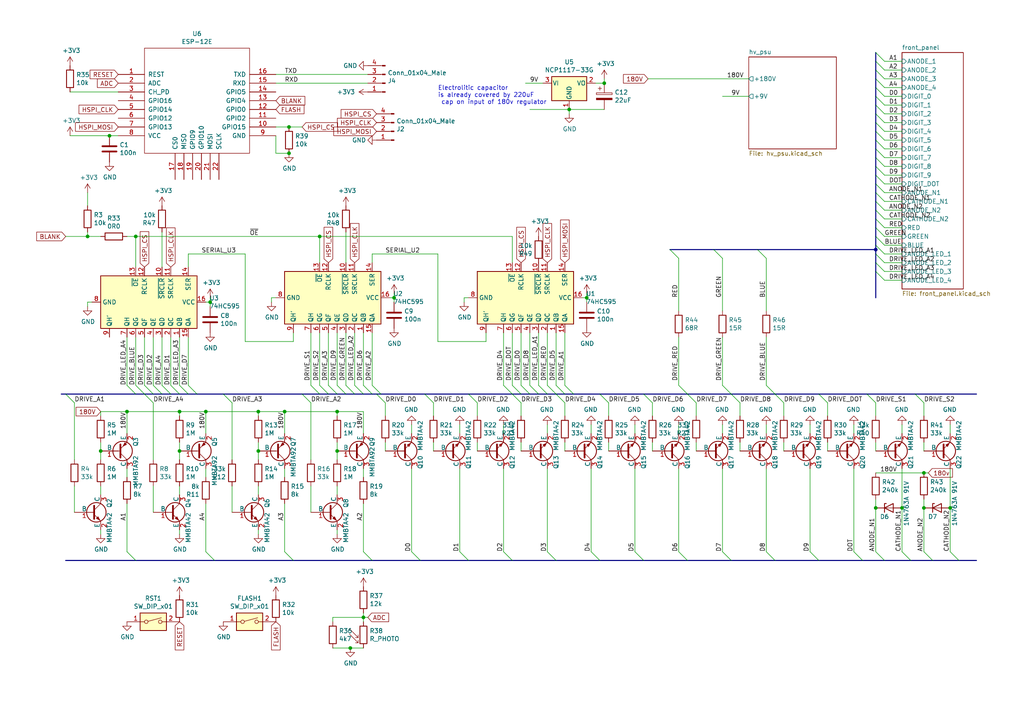
<source format=kicad_sch>
(kicad_sch (version 20211123) (generator eeschema)
  (paper "A4")
  (junction (at 254 147.32))
  (junction (at 74.93 119.38))
  (junction (at 101.6 187.96))
  (junction (at 175.26 24.13))
  (junction (at 31.75 39.37))
  (junction (at 97.79 119.38))
  (junction (at 74.93 130.81))
  (junction (at 36.83 119.38))
  (junction (at 105.41 179.07))
  (junction (at 83.82 36.83))
  (junction (at 52.07 130.81))
  (junction (at 114.3 86.36))
  (junction (at 275.59 147.32))
  (junction (at 267.97 147.32))
  (junction (at 267.97 137.16))
  (junction (at 25.4 68.58))
  (junction (at 254 72.39))
  (junction (at 59.69 119.38))
  (junction (at 97.79 130.81))
  (junction (at 83.82 44.45))
  (junction (at 29.21 130.81))
  (junction (at 261.62 147.32))
  (junction (at 170.18 86.36))
  (junction (at 52.07 119.38))
  (junction (at 60.96 87.63))
  (junction (at 39.37 68.58))
  (junction (at 82.55 119.38))
  (junction (at 165.1 31.75))
  (junction (at 92.71 68.58))
  (bus_entry (at 46.99 111.76) (size 2.54 2.54))
  (bus_entry (at 119.38 160.02) (size 2.54 2.54))
  (bus_entry (at 237.49 114.3) (size 2.54 2.54))
  (bus_entry (at 254 33.02) (size 2.54 2.54))
  (bus_entry (at 123.19 114.3) (size 2.54 2.54))
  (bus_entry (at 254 66.04) (size 2.54 2.54))
  (bus_entry (at 151.13 111.76) (size 2.54 2.54))
  (bus_entry (at 54.61 111.76) (size 2.54 2.54))
  (bus_entry (at 194.31 72.39) (size 2.54 2.54))
  (bus_entry (at 224.79 114.3) (size 2.54 2.54))
  (bus_entry (at 196.85 160.02) (size 2.54 2.54))
  (bus_entry (at 267.97 160.02) (size 2.54 2.54))
  (bus_entry (at 36.83 111.76) (size 2.54 2.54))
  (bus_entry (at 133.35 160.02) (size 2.54 2.54))
  (bus_entry (at 19.05 114.3) (size 2.54 2.54))
  (bus_entry (at 41.91 111.76) (size 2.54 2.54))
  (bus_entry (at 186.69 114.3) (size 2.54 2.54))
  (bus_entry (at 64.77 114.3) (size 2.54 2.54))
  (bus_entry (at 173.99 114.3) (size 2.54 2.54))
  (bus_entry (at 161.29 111.76) (size 2.54 2.54))
  (bus_entry (at 275.59 160.02) (size 2.54 2.54))
  (bus_entry (at 254 73.66) (size 2.54 2.54))
  (bus_entry (at 254 53.34) (size 2.54 2.54))
  (bus_entry (at 87.63 114.3) (size 2.54 2.54))
  (bus_entry (at 261.62 160.02) (size 2.54 2.54))
  (bus_entry (at 105.41 160.02) (size 2.54 2.54))
  (bus_entry (at 254 76.2) (size 2.54 2.54))
  (bus_entry (at 254 43.18) (size 2.54 2.54))
  (bus_entry (at 209.55 111.76) (size 2.54 2.54))
  (bus_entry (at 49.53 111.76) (size 2.54 2.54))
  (bus_entry (at 148.59 114.3) (size 2.54 2.54))
  (bus_entry (at 135.89 114.3) (size 2.54 2.54))
  (bus_entry (at 251.46 114.3) (size 2.54 2.54))
  (bus_entry (at 209.55 160.02) (size 2.54 2.54))
  (bus_entry (at 161.29 114.3) (size 2.54 2.54))
  (bus_entry (at 222.25 160.02) (size 2.54 2.54))
  (bus_entry (at 254 20.32) (size 2.54 2.54))
  (bus_entry (at 184.15 160.02) (size 2.54 2.54))
  (bus_entry (at 222.25 111.76) (size 2.54 2.54))
  (bus_entry (at 254 40.64) (size 2.54 2.54))
  (bus_entry (at 146.05 111.76) (size 2.54 2.54))
  (bus_entry (at 156.21 111.76) (size 2.54 2.54))
  (bus_entry (at 254 48.26) (size 2.54 2.54))
  (bus_entry (at 196.85 111.76) (size 2.54 2.54))
  (bus_entry (at 207.01 72.39) (size 2.54 2.54))
  (bus_entry (at 212.09 114.3) (size 2.54 2.54))
  (bus_entry (at 148.59 111.76) (size 2.54 2.54))
  (bus_entry (at 254 22.86) (size 2.54 2.54))
  (bus_entry (at 105.41 111.76) (size 2.54 2.54))
  (bus_entry (at 254 78.74) (size 2.54 2.54))
  (bus_entry (at 254 45.72) (size 2.54 2.54))
  (bus_entry (at 90.17 111.76) (size 2.54 2.54))
  (bus_entry (at 97.79 111.76) (size 2.54 2.54))
  (bus_entry (at 100.33 111.76) (size 2.54 2.54))
  (bus_entry (at 254 71.12) (size 2.54 2.54))
  (bus_entry (at 52.07 111.76) (size 2.54 2.54))
  (bus_entry (at 158.75 111.76) (size 2.54 2.54))
  (bus_entry (at 254 160.02) (size 2.54 2.54))
  (bus_entry (at 254 68.58) (size 2.54 2.54))
  (bus_entry (at 59.69 160.02) (size 2.54 2.54))
  (bus_entry (at 254 25.4) (size 2.54 2.54))
  (bus_entry (at 39.37 111.76) (size 2.54 2.54))
  (bus_entry (at 158.75 160.02) (size 2.54 2.54))
  (bus_entry (at 254 27.94) (size 2.54 2.54))
  (bus_entry (at 36.83 160.02) (size 2.54 2.54))
  (bus_entry (at 254 30.48) (size 2.54 2.54))
  (bus_entry (at 153.67 111.76) (size 2.54 2.54))
  (bus_entry (at 107.95 111.76) (size 2.54 2.54))
  (bus_entry (at 234.95 160.02) (size 2.54 2.54))
  (bus_entry (at 82.55 160.02) (size 2.54 2.54))
  (bus_entry (at 102.87 111.76) (size 2.54 2.54))
  (bus_entry (at 92.71 111.76) (size 2.54 2.54))
  (bus_entry (at 254 15.24) (size 2.54 2.54))
  (bus_entry (at 146.05 160.02) (size 2.54 2.54))
  (bus_entry (at 254 17.78) (size 2.54 2.54))
  (bus_entry (at 163.83 111.76) (size 2.54 2.54))
  (bus_entry (at 254 38.1) (size 2.54 2.54))
  (bus_entry (at 254 55.88) (size 2.54 2.54))
  (bus_entry (at 95.25 111.76) (size 2.54 2.54))
  (bus_entry (at 44.45 111.76) (size 2.54 2.54))
  (bus_entry (at 265.43 114.3) (size 2.54 2.54))
  (bus_entry (at 254 60.96) (size 2.54 2.54))
  (bus_entry (at 109.22 114.3) (size 2.54 2.54))
  (bus_entry (at 254 50.8) (size 2.54 2.54))
  (bus_entry (at 254 35.56) (size 2.54 2.54))
  (bus_entry (at 199.39 114.3) (size 2.54 2.54))
  (bus_entry (at 254 63.5) (size 2.54 2.54))
  (bus_entry (at 247.65 160.02) (size 2.54 2.54))
  (bus_entry (at 254 58.42) (size 2.54 2.54))
  (bus_entry (at 41.91 114.3) (size 2.54 2.54))
  (bus_entry (at 171.45 160.02) (size 2.54 2.54))
  (bus_entry (at 219.71 72.39) (size 2.54 2.54))
  (wire (pts (xy 105.41 111.76) (xy 105.41 96.52)))
  (wire (pts (xy 90.17 133.35) (xy 90.17 116.84)))
  (wire (pts (xy 36.83 111.76) (xy 36.83 97.79)))
  (wire (pts (xy 256.54 43.18) (xy 261.62 43.18)))
  (wire (pts (xy 74.93 119.38) (xy 59.69 119.38)))
  (wire (pts (xy 80.01 39.37) (xy 80.01 44.45)))
  (wire (pts (xy 148.59 76.2) (xy 148.59 68.58)))
  (wire (pts (xy 82.55 119.38) (xy 74.93 119.38)))
  (wire (pts (xy 256.54 35.56) (xy 261.62 35.56)))
  (wire (pts (xy 29.21 119.38) (xy 29.21 120.65)))
  (wire (pts (xy 240.03 128.27) (xy 240.03 130.81)))
  (wire (pts (xy 138.43 128.27) (xy 138.43 130.81)))
  (wire (pts (xy 163.83 120.65) (xy 163.83 116.84)))
  (wire (pts (xy 125.73 120.65) (xy 125.73 116.84)))
  (wire (pts (xy 261.62 17.78) (xy 256.54 17.78)))
  (wire (pts (xy 36.83 138.43) (xy 36.83 135.89)))
  (bus (pts (xy 17.78 114.3) (xy 19.05 114.3)))
  (bus (pts (xy 19.05 114.3) (xy 39.37 114.3)))
  (bus (pts (xy 39.37 114.3) (xy 41.91 114.3)))
  (bus (pts (xy 41.91 114.3) (xy 44.45 114.3)))
  (bus (pts (xy 44.45 114.3) (xy 46.99 114.3)))
  (bus (pts (xy 46.99 114.3) (xy 49.53 114.3)))
  (bus (pts (xy 49.53 114.3) (xy 52.07 114.3)))
  (bus (pts (xy 64.77 114.3) (xy 87.63 114.3)))
  (bus (pts (xy 52.07 114.3) (xy 54.61 114.3)))
  (bus (pts (xy 54.61 114.3) (xy 57.15 114.3)))
  (bus (pts (xy 57.15 114.3) (xy 64.77 114.3)))
  (bus (pts (xy 87.63 114.3) (xy 92.71 114.3)))
  (bus (pts (xy 100.33 114.3) (xy 102.87 114.3)))
  (bus (pts (xy 92.71 114.3) (xy 95.25 114.3)))
  (bus (pts (xy 95.25 114.3) (xy 97.79 114.3)))
  (bus (pts (xy 97.79 114.3) (xy 100.33 114.3)))
  (bus (pts (xy 102.87 114.3) (xy 105.41 114.3)))
  (bus (pts (xy 110.49 114.3) (xy 123.19 114.3)))
  (bus (pts (xy 135.89 114.3) (xy 148.59 114.3)))
  (bus (pts (xy 105.41 114.3) (xy 107.95 114.3)))
  (bus (pts (xy 107.95 114.3) (xy 109.22 114.3)))
  (bus (pts (xy 109.22 114.3) (xy 110.49 114.3)))
  (bus (pts (xy 123.19 114.3) (xy 135.89 114.3)))
  (bus (pts (xy 173.99 114.3) (xy 186.69 114.3)))
  (bus (pts (xy 212.09 114.3) (xy 224.79 114.3)))
  (bus (pts (xy 265.43 114.3) (xy 283.21 114.3)))
  (bus (pts (xy 199.39 114.3) (xy 212.09 114.3)))
  (bus (pts (xy 237.49 114.3) (xy 251.46 114.3)))
  (bus (pts (xy 251.46 114.3) (xy 265.43 114.3)))
  (bus (pts (xy 148.59 114.3) (xy 151.13 114.3)))
  (bus (pts (xy 151.13 114.3) (xy 153.67 114.3)))
  (bus (pts (xy 153.67 114.3) (xy 156.21 114.3)))
  (bus (pts (xy 156.21 114.3) (xy 158.75 114.3)))
  (bus (pts (xy 166.37 114.3) (xy 173.99 114.3)))
  (bus (pts (xy 163.83 114.3) (xy 166.37 114.3)))
  (bus (pts (xy 158.75 114.3) (xy 161.29 114.3)))
  (bus (pts (xy 161.29 114.3) (xy 163.83 114.3)))
  (bus (pts (xy 186.69 114.3) (xy 199.39 114.3)))
  (bus (pts (xy 224.79 114.3) (xy 237.49 114.3)))
  (wire (pts (xy 261.62 147.32) (xy 261.62 160.02)))
  (wire (pts (xy 261.62 25.4) (xy 256.54 25.4)))
  (wire (pts (xy 127 73.66) (xy 107.95 73.66)))
  (wire (pts (xy 256.54 66.04) (xy 261.62 66.04)))
  (wire (pts (xy 133.35 135.89) (xy 133.35 160.02)))
  (wire (pts (xy 158.75 111.76) (xy 158.75 96.52)))
  (wire (pts (xy 114.3 86.36) (xy 113.03 86.36)))
  (wire (pts (xy 269.24 137.16) (xy 267.97 137.16)))
  (wire (pts (xy 189.23 128.27) (xy 189.23 130.81)))
  (wire (pts (xy 97.79 133.35) (xy 97.79 130.81)))
  (wire (pts (xy 90.17 96.52) (xy 90.17 111.76)))
  (wire (pts (xy 152.4 24.13) (xy 157.48 24.13)))
  (wire (pts (xy 59.69 160.02) (xy 59.69 146.05)))
  (wire (pts (xy 254 128.27) (xy 254 130.81)))
  (wire (pts (xy 214.63 128.27) (xy 214.63 130.81)))
  (wire (pts (xy 105.41 179.07) (xy 96.52 179.07)))
  (wire (pts (xy 82.55 160.02) (xy 82.55 146.05)))
  (wire (pts (xy 184.15 125.73) (xy 184.15 123.19)))
  (wire (pts (xy 261.62 20.32) (xy 256.54 20.32)))
  (wire (pts (xy 31.75 39.37) (xy 34.29 39.37)))
  (wire (pts (xy 201.93 128.27) (xy 201.93 130.81)))
  (wire (pts (xy 119.38 135.89) (xy 119.38 160.02)))
  (wire (pts (xy 125.73 128.27) (xy 125.73 130.81)))
  (wire (pts (xy 52.07 119.38) (xy 52.07 120.65)))
  (wire (pts (xy 176.53 120.65) (xy 176.53 116.84)))
  (wire (pts (xy 101.6 187.96) (xy 105.41 187.96)))
  (wire (pts (xy 227.33 128.27) (xy 227.33 130.81)))
  (wire (pts (xy 158.75 135.89) (xy 158.75 160.02)))
  (wire (pts (xy 105.41 179.07) (xy 105.41 180.34)))
  (wire (pts (xy 163.83 111.76) (xy 163.83 96.52)))
  (wire (pts (xy 36.83 160.02) (xy 36.83 146.05)))
  (wire (pts (xy 196.85 111.76) (xy 196.85 97.79)))
  (wire (pts (xy 256.54 58.42) (xy 261.62 58.42)))
  (wire (pts (xy 254 120.65) (xy 254 116.84)))
  (wire (pts (xy 96.52 187.96) (xy 101.6 187.96)))
  (wire (pts (xy 97.79 119.38) (xy 97.79 120.65)))
  (wire (pts (xy 97.79 119.38) (xy 82.55 119.38)))
  (wire (pts (xy 170.18 85.09) (xy 170.18 86.36)))
  (wire (pts (xy 97.79 130.81) (xy 97.79 128.27)))
  (wire (pts (xy 71.12 73.66) (xy 54.61 73.66)))
  (wire (pts (xy 105.41 177.8) (xy 105.41 179.07)))
  (wire (pts (xy 52.07 133.35) (xy 52.07 130.81)))
  (wire (pts (xy 36.83 119.38) (xy 36.83 125.73)))
  (wire (pts (xy 100.33 111.76) (xy 100.33 96.52)))
  (wire (pts (xy 105.41 160.02) (xy 105.41 146.05)))
  (wire (pts (xy 222.25 111.76) (xy 222.25 97.79)))
  (bus (pts (xy 254 15.24) (xy 254 17.78)))
  (bus (pts (xy 254 17.78) (xy 254 20.32)))
  (bus (pts (xy 254 20.32) (xy 254 22.86)))
  (bus (pts (xy 254 25.4) (xy 254 27.94)))
  (bus (pts (xy 254 33.02) (xy 254 35.56)))
  (bus (pts (xy 254 30.48) (xy 254 33.02)))
  (bus (pts (xy 254 22.86) (xy 254 25.4)))
  (bus (pts (xy 254 27.94) (xy 254 30.48)))
  (bus (pts (xy 254 35.56) (xy 254 38.1)))
  (bus (pts (xy 254 45.72) (xy 254 48.26)))
  (bus (pts (xy 254 43.18) (xy 254 45.72)))
  (bus (pts (xy 254 38.1) (xy 254 40.64)))
  (bus (pts (xy 254 40.64) (xy 254 43.18)))
  (bus (pts (xy 254 48.26) (xy 254 50.8)))
  (bus (pts (xy 254 50.8) (xy 254 53.34)))
  (bus (pts (xy 254 55.88) (xy 254 58.42)))
  (bus (pts (xy 254 71.12) (xy 254 72.39)))
  (bus (pts (xy 254 53.34) (xy 254 55.88)))
  (bus (pts (xy 254 58.42) (xy 254 60.96)))
  (bus (pts (xy 254 60.96) (xy 254 63.5)))
  (bus (pts (xy 254 63.5) (xy 254 66.04)))
  (bus (pts (xy 254 66.04) (xy 254 68.58)))
  (bus (pts (xy 254 68.58) (xy 254 71.12)))
  (wire (pts (xy 44.45 97.79) (xy 44.45 111.76)))
  (wire (pts (xy 20.32 39.37) (xy 31.75 39.37)))
  (wire (pts (xy 74.93 133.35) (xy 74.93 130.81)))
  (wire (pts (xy 209.55 74.93) (xy 209.55 90.17)))
  (wire (pts (xy 254 137.16) (xy 267.97 137.16)))
  (wire (pts (xy 25.4 68.58) (xy 19.05 68.58)))
  (wire (pts (xy 107.95 73.66) (xy 107.95 76.2)))
  (wire (pts (xy 256.54 33.02) (xy 261.62 33.02)))
  (wire (pts (xy 214.63 120.65) (xy 214.63 116.84)))
  (wire (pts (xy 176.53 128.27) (xy 176.53 130.81)))
  (wire (pts (xy 171.45 135.89) (xy 171.45 160.02)))
  (wire (pts (xy 74.93 143.51) (xy 74.93 140.97)))
  (wire (pts (xy 254 147.32) (xy 254 144.78)))
  (wire (pts (xy 52.07 119.38) (xy 36.83 119.38)))
  (wire (pts (xy 96.52 179.07) (xy 96.52 180.34)))
  (wire (pts (xy 171.45 125.73) (xy 171.45 123.19)))
  (wire (pts (xy 36.83 119.38) (xy 29.21 119.38)))
  (wire (pts (xy 74.93 119.38) (xy 74.93 120.65)))
  (wire (pts (xy 87.63 36.83) (xy 83.82 36.83)))
  (wire (pts (xy 267.97 160.02) (xy 267.97 147.32)))
  (wire (pts (xy 187.96 22.86) (xy 217.17 22.86)))
  (wire (pts (xy 261.62 27.94) (xy 256.54 27.94)))
  (wire (pts (xy 25.4 68.58) (xy 25.4 67.31)))
  (wire (pts (xy 172.72 24.13) (xy 175.26 24.13)))
  (wire (pts (xy 71.12 99.06) (xy 71.12 73.66)))
  (wire (pts (xy 97.79 111.76) (xy 97.79 96.52)))
  (wire (pts (xy 261.62 50.8) (xy 256.54 50.8)))
  (wire (pts (xy 54.61 73.66) (xy 54.61 77.47)))
  (wire (pts (xy 234.95 135.89) (xy 234.95 160.02)))
  (wire (pts (xy 134.62 86.36) (xy 134.62 87.63)))
  (wire (pts (xy 133.35 125.73) (xy 133.35 123.19)))
  (wire (pts (xy 256.54 45.72) (xy 261.62 45.72)))
  (wire (pts (xy 196.85 90.17) (xy 196.85 74.93)))
  (wire (pts (xy 95.25 111.76) (xy 95.25 96.52)))
  (wire (pts (xy 222.25 125.73) (xy 222.25 123.19)))
  (wire (pts (xy 138.43 120.65) (xy 138.43 116.84)))
  (wire (pts (xy 39.37 68.58) (xy 92.71 68.58)))
  (wire (pts (xy 151.13 128.27) (xy 151.13 130.81)))
  (wire (pts (xy 256.54 30.48) (xy 261.62 30.48)))
  (wire (pts (xy 146.05 125.73) (xy 146.05 123.19)))
  (wire (pts (xy 74.93 154.94) (xy 74.93 153.67)))
  (wire (pts (xy 275.59 135.89) (xy 275.59 147.32)))
  (wire (pts (xy 170.18 87.63) (xy 170.18 86.36)))
  (wire (pts (xy 267.97 120.65) (xy 267.97 116.84)))
  (bus (pts (xy 219.71 72.39) (xy 254 72.39)))
  (bus (pts (xy 194.31 72.39) (xy 207.01 72.39)))
  (bus (pts (xy 207.01 72.39) (xy 219.71 72.39)))
  (wire (pts (xy 52.07 143.51) (xy 52.07 140.97)))
  (wire (pts (xy 234.95 125.73) (xy 234.95 123.19)))
  (wire (pts (xy 102.87 111.76) (xy 102.87 96.52)))
  (wire (pts (xy 140.97 99.06) (xy 127 99.06)))
  (wire (pts (xy 26.67 87.63) (xy 25.4 87.63)))
  (wire (pts (xy 60.96 86.36) (xy 60.96 87.63)))
  (wire (pts (xy 80.01 44.45) (xy 83.82 44.45)))
  (wire (pts (xy 148.59 111.76) (xy 148.59 96.52)))
  (wire (pts (xy 74.93 130.81) (xy 74.93 128.27)))
  (wire (pts (xy 163.83 128.27) (xy 163.83 130.81)))
  (wire (pts (xy 189.23 120.65) (xy 189.23 116.84)))
  (wire (pts (xy 222.25 135.89) (xy 222.25 160.02)))
  (wire (pts (xy 25.4 55.88) (xy 25.4 59.69)))
  (wire (pts (xy 146.05 135.89) (xy 146.05 160.02)))
  (wire (pts (xy 29.21 133.35) (xy 29.21 130.81)))
  (wire (pts (xy 46.99 77.47) (xy 46.99 67.31)))
  (wire (pts (xy 105.41 119.38) (xy 105.41 125.73)))
  (wire (pts (xy 29.21 68.58) (xy 25.4 68.58)))
  (wire (pts (xy 209.55 135.89) (xy 209.55 160.02)))
  (wire (pts (xy 67.31 148.59) (xy 67.31 140.97)))
  (wire (pts (xy 161.29 111.76) (xy 161.29 96.52)))
  (wire (pts (xy 111.76 120.65) (xy 111.76 116.84)))
  (wire (pts (xy 82.55 119.38) (xy 82.55 125.73)))
  (wire (pts (xy 100.33 76.2) (xy 100.33 67.31)))
  (wire (pts (xy 148.59 68.58) (xy 92.71 68.58)))
  (wire (pts (xy 85.09 96.52) (xy 85.09 99.06)))
  (wire (pts (xy 151.13 120.65) (xy 151.13 116.84)))
  (wire (pts (xy 46.99 97.79) (xy 46.99 111.76)))
  (wire (pts (xy 261.62 125.73) (xy 261.62 123.19)))
  (wire (pts (xy 20.32 26.67) (xy 34.29 26.67)))
  (wire (pts (xy 256.54 71.12) (xy 261.62 71.12)))
  (wire (pts (xy 261.62 135.89) (xy 261.62 147.32)))
  (wire (pts (xy 114.3 85.09) (xy 114.3 86.36)))
  (wire (pts (xy 153.67 31.75) (xy 165.1 31.75)))
  (wire (pts (xy 275.59 125.73) (xy 275.59 123.19)))
  (wire (pts (xy 256.54 68.58) (xy 261.62 68.58)))
  (wire (pts (xy 209.55 125.73) (xy 209.55 123.19)))
  (wire (pts (xy 97.79 143.51) (xy 97.79 140.97)))
  (wire (pts (xy 25.4 87.63) (xy 25.4 88.9)))
  (wire (pts (xy 184.15 135.89) (xy 184.15 160.02)))
  (wire (pts (xy 59.69 138.43) (xy 59.69 135.89)))
  (wire (pts (xy 80.01 21.59) (xy 106.68 21.59)))
  (wire (pts (xy 52.07 97.79) (xy 52.07 111.76)))
  (wire (pts (xy 217.17 27.94) (xy 209.55 27.94)))
  (wire (pts (xy 119.38 125.73) (xy 119.38 123.19)))
  (wire (pts (xy 67.31 133.35) (xy 67.31 116.84)))
  (wire (pts (xy 170.18 86.36) (xy 168.91 86.36)))
  (wire (pts (xy 165.1 31.75) (xy 175.26 31.75)))
  (wire (pts (xy 261.62 40.64) (xy 256.54 40.64)))
  (wire (pts (xy 82.55 138.43) (xy 82.55 135.89)))
  (wire (pts (xy 49.53 97.79) (xy 49.53 111.76)))
  (wire (pts (xy 29.21 130.81) (xy 29.21 128.27)))
  (wire (pts (xy 267.97 128.27) (xy 267.97 130.81)))
  (wire (pts (xy 146.05 96.52) (xy 146.05 111.76)))
  (wire (pts (xy 41.91 97.79) (xy 41.91 111.76)))
  (wire (pts (xy 196.85 135.89) (xy 196.85 160.02)))
  (wire (pts (xy 105.41 138.43) (xy 105.41 135.89)))
  (wire (pts (xy 256.54 55.88) (xy 261.62 55.88)))
  (wire (pts (xy 256.54 60.96) (xy 261.62 60.96)))
  (wire (pts (xy 21.59 133.35) (xy 21.59 116.84)))
  (wire (pts (xy 85.09 99.06) (xy 71.12 99.06)))
  (wire (pts (xy 106.68 179.07) (xy 105.41 179.07)))
  (wire (pts (xy 36.83 68.58) (xy 39.37 68.58)))
  (wire (pts (xy 39.37 97.79) (xy 39.37 111.76)))
  (wire (pts (xy 247.65 125.73) (xy 247.65 123.19)))
  (wire (pts (xy 135.89 86.36) (xy 134.62 86.36)))
  (wire (pts (xy 201.93 120.65) (xy 201.93 116.84)))
  (wire (pts (xy 52.07 154.94) (xy 52.07 153.67)))
  (wire (pts (xy 227.33 120.65) (xy 227.33 116.84)))
  (wire (pts (xy 59.69 119.38) (xy 52.07 119.38)))
  (wire (pts (xy 267.97 147.32) (xy 267.97 144.78)))
  (wire (pts (xy 78.74 86.36) (xy 78.74 87.63)))
  (wire (pts (xy 44.45 133.35) (xy 44.45 116.84)))
  (wire (pts (xy 256.54 81.28) (xy 261.62 81.28)))
  (wire (pts (xy 256.54 38.1) (xy 261.62 38.1)))
  (wire (pts (xy 196.85 125.73) (xy 196.85 123.19)))
  (wire (pts (xy 114.3 87.63) (xy 114.3 86.36)))
  (bus (pts (xy 19.05 162.56) (xy 39.37 162.56)))
  (bus (pts (xy 39.37 162.56) (xy 62.23 162.56)))
  (bus (pts (xy 224.79 162.56) (xy 237.49 162.56)))
  (bus (pts (xy 278.13 162.56) (xy 283.21 162.56)))
  (bus (pts (xy 199.39 162.56) (xy 212.09 162.56)))
  (bus (pts (xy 212.09 162.56) (xy 224.79 162.56)))
  (bus (pts (xy 250.19 162.56) (xy 256.54 162.56)))
  (bus (pts (xy 256.54 162.56) (xy 264.16 162.56)))
  (bus (pts (xy 264.16 162.56) (xy 270.51 162.56)))
  (bus (pts (xy 270.51 162.56) (xy 278.13 162.56)))
  (bus (pts (xy 62.23 162.56) (xy 85.09 162.56)))
  (bus (pts (xy 85.09 162.56) (xy 107.95 162.56)))
  (bus (pts (xy 107.95 162.56) (xy 121.92 162.56)))
  (bus (pts (xy 121.92 162.56) (xy 135.89 162.56)))
  (bus (pts (xy 148.59 162.56) (xy 161.29 162.56)))
  (bus (pts (xy 161.29 162.56) (xy 173.99 162.56)))
  (bus (pts (xy 135.89 162.56) (xy 148.59 162.56)))
  (bus (pts (xy 173.99 162.56) (xy 186.69 162.56)))
  (bus (pts (xy 186.69 162.56) (xy 199.39 162.56)))
  (bus (pts (xy 237.49 162.56) (xy 250.19 162.56)))
  (wire (pts (xy 256.54 78.74) (xy 261.62 78.74)))
  (wire (pts (xy 261.62 53.34) (xy 256.54 53.34)))
  (wire (pts (xy 106.68 24.13) (xy 80.01 24.13)))
  (wire (pts (xy 256.54 76.2) (xy 261.62 76.2)))
  (wire (pts (xy 256.54 63.5) (xy 261.62 63.5)))
  (wire (pts (xy 105.41 119.38) (xy 97.79 119.38)))
  (wire (pts (xy 60.96 87.63) (xy 59.69 87.63)))
  (wire (pts (xy 92.71 68.58) (xy 92.71 76.2)))
  (wire (pts (xy 39.37 77.47) (xy 39.37 68.58)))
  (wire (pts (xy 261.62 48.26) (xy 256.54 48.26)))
  (wire (pts (xy 127 99.06) (xy 127 73.66)))
  (wire (pts (xy 92.71 111.76) (xy 92.71 96.52)))
  (wire (pts (xy 107.95 111.76) (xy 107.95 96.52)))
  (wire (pts (xy 54.61 97.79) (xy 54.61 111.76)))
  (wire (pts (xy 175.26 24.13) (xy 175.26 22.86)))
  (wire (pts (xy 29.21 154.94) (xy 29.21 153.67)))
  (wire (pts (xy 60.96 88.9) (xy 60.96 87.63)))
  (wire (pts (xy 247.65 135.89) (xy 247.65 160.02)))
  (wire (pts (xy 222.25 74.93) (xy 222.25 90.17)))
  (wire (pts (xy 254 160.02) (xy 254 147.32)))
  (wire (pts (xy 240.03 120.65) (xy 240.03 116.84)))
  (wire (pts (xy 158.75 125.73) (xy 158.75 123.19)))
  (wire (pts (xy 151.13 111.76) (xy 151.13 96.52)))
  (wire (pts (xy 97.79 154.94) (xy 97.79 153.67)))
  (wire (pts (xy 275.59 147.32) (xy 275.59 160.02)))
  (wire (pts (xy 29.21 143.51) (xy 29.21 140.97)))
  (wire (pts (xy 90.17 148.59) (xy 90.17 140.97)))
  (wire (pts (xy 52.07 130.81) (xy 52.07 128.27)))
  (wire (pts (xy 261.62 22.86) (xy 256.54 22.86)))
  (wire (pts (xy 256.54 73.66) (xy 261.62 73.66)))
  (wire (pts (xy 165.1 33.02) (xy 165.1 31.75)))
  (wire (pts (xy 44.45 148.59) (xy 44.45 140.97)))
  (wire (pts (xy 59.69 119.38) (xy 59.69 125.73)))
  (wire (pts (xy 156.21 111.76) (xy 156.21 96.52)))
  (wire (pts (xy 140.97 96.52) (xy 140.97 99.06)))
  (wire (pts (xy 83.82 36.83) (xy 80.01 36.83)))
  (wire (pts (xy 21.59 148.59) (xy 21.59 140.97)))
  (wire (pts (xy 153.67 111.76) (xy 153.67 96.52)))
  (wire (pts (xy 209.55 111.76) (xy 209.55 97.79)))
  (bus (pts (xy 254 78.74) (xy 254 86.36)))
  (bus (pts (xy 254 72.39) (xy 254 73.66)))
  (bus (pts (xy 254 73.66) (xy 254 76.2)))
  (bus (pts (xy 254 76.2) (xy 254 78.74)))
  (wire (pts (xy 111.76 128.27) (xy 111.76 130.81)))
  (wire (pts (xy 80.01 86.36) (xy 78.74 86.36)))
  (text "Electrolitic capacitor \nis already covered by 220uF\n cap on input of 180v regulator" (at 127 30.48 0) (effects (font (size 1.27 1.27)) (justify left bottom)))
  (label "DRIVE_RED" (at 196.85 110.49 90))
  (label "DRIVE_D0" (at 111.76 116.84 0))
  (label "CATHODE_N2" (at 257.81 63.5 0))
  (label "A2" (at 260.35 20.32 180))
  (label "ANODE_N2" (at 257.81 60.96 0))
  (label "DRIVE_DOT" (at 148.59 110.49 90))
  (label "~{OE}" (at 72.39 68.58 0))
  (label "A3" (at 260.35 22.86 180))
  (label "D4" (at 171.45 160.02 90))
  (label "D3" (at 158.75 160.02 90))
  (label "D2" (at 257.81 33.02 0))
  (label "180V" (at 36.83 124.46 90))
  (label "DRIVE_D1" (at 49.53 111.76 90))
  (label "BLUE" (at 256.54 71.12 0))
  (label "180V" (at 210.82 22.86 0))
  (label "D0" (at 119.38 160.02 90))
  (label "SERIAL_U3" (at 58.42 73.66 0))
  (label "DOT" (at 257.81 53.34 0))
  (label "DRIVE_D3" (at 151.13 116.84 0))
  (label "DRIVE_S1" (at 90.17 110.49 90))
  (label "CATHODE_N1" (at 261.62 160.02 90))
  (label "DRIVE_A1" (at 163.83 110.49 90))
  (label "D7" (at 209.55 160.02 90))
  (label "DRIVE_LED_A1" (at 156.21 110.49 90))
  (label "DRIVE_D9" (at 97.79 110.49 90))
  (label "DRIVE_A3" (at 95.25 110.49 90))
  (label "DRIVE_LED_A2" (at 102.87 110.49 90))
  (label "DRIVE_D2" (at 44.45 111.76 90))
  (label "DRIVE_D0" (at 151.13 110.49 90))
  (label "D1" (at 257.81 30.48 0))
  (label "DRIVE_D5" (at 176.53 116.84 0))
  (label "A4" (at 59.69 148.59 270))
  (label "D7" (at 257.81 45.72 0))
  (label "DRIVE_D4" (at 163.83 116.84 0))
  (label "DRIVE_D5" (at 161.29 110.49 90))
  (label "DRIVE_D9" (at 227.33 116.84 0))
  (label "A1" (at 36.83 148.59 270))
  (label "9V" (at 212.09 27.94 0))
  (label "DOT" (at 247.65 160.02 90))
  (label "GREEN" (at 209.55 86.36 90))
  (label "ANODE_N2" (at 267.97 160.02 90))
  (label "DRIVE_D1" (at 125.73 116.84 0))
  (label "DRIVE_D3" (at 41.91 111.76 90))
  (label "DRIVE_BLUE" (at 39.37 111.76 90))
  (label "CATHODE_N2" (at 275.59 160.02 90))
  (label "D6" (at 257.81 43.18 0))
  (label "CATHODE_N1" (at 257.81 58.42 0))
  (label "D8" (at 257.81 48.26 0))
  (label "A2" (at 105.41 148.59 270))
  (label "DRIVE_A2" (at 107.95 110.49 90))
  (label "DRIVE_D4" (at 146.05 110.49 90))
  (label "DRIVE_D8" (at 153.67 110.49 90))
  (label "DRIVE_S2" (at 92.71 110.49 90))
  (label "D0" (at 257.81 27.94 0))
  (label "DRIVE_DOT" (at 240.03 116.84 0))
  (label "RED" (at 257.81 66.04 0))
  (label "DRIVE_D7" (at 54.61 111.76 90))
  (label "DRIVE_BLUE" (at 222.25 110.49 90))
  (label "D5" (at 257.81 40.64 0))
  (label "DRIVE_A3" (at 67.31 116.84 0))
  (label "180V" (at 255.27 137.16 0))
  (label "RED" (at 196.85 86.36 90))
  (label "BLUE" (at 222.25 86.36 90))
  (label "DRIVE_LED_A4" (at 257.81 81.28 0))
  (label "DRIVE_LED_A3" (at 52.07 111.76 90))
  (label "SERIAL_U2" (at 111.76 73.66 0))
  (label "DRIVE_A4" (at 46.99 111.76 90))
  (label "180V" (at 105.41 124.46 90))
  (label "D4" (at 257.81 38.1 0))
  (label "ANODE_N1" (at 257.81 55.88 0))
  (label "GREEN" (at 256.54 68.58 0))
  (label "DRIVE_GREEN" (at 209.55 110.49 90))
  (label "A1" (at 260.35 17.78 180))
  (label "D1" (at 133.35 160.02 90))
  (label "DRIVE_D7" (at 201.93 116.84 0))
  (label "DRIVE_S2" (at 267.97 116.84 0))
  (label "DRIVE_D6" (at 189.23 116.84 0))
  (label "D8" (at 222.25 160.02 90))
  (label "D6" (at 196.85 160.02 90))
  (label "9V" (at 153.67 24.13 0))
  (label "DRIVE_A1" (at 21.59 116.84 0))
  (label "A3" (at 82.55 148.59 270))
  (label "DRIVE_D2" (at 138.43 116.84 0))
  (label "D3" (at 257.81 35.56 0))
  (label "D9" (at 257.81 50.8 0))
  (label "180V" (at 82.55 124.46 90))
  (label "A4" (at 260.35 25.4 180))
  (label "DRIVE_A4" (at 44.45 116.84 0))
  (label "ANODE_N1" (at 254 160.02 90))
  (label "D9" (at 234.95 160.02 90))
  (label "DRIVE_D8" (at 214.63 116.84 0))
  (label "DRIVE_D6" (at 105.41 110.49 90))
  (label "RXD" (at 82.55 24.13 0))
  (label "DRIVE_LED_A2" (at 257.81 76.2 0))
  (label "DRIVE_LED_A4" (at 36.83 111.76 90))
  (label "180V" (at 59.69 124.46 90))
  (label "D5" (at 184.15 160.02 90))
  (label "DRIVE_RED" (at 158.75 110.49 90))
  (label "DRIVE_A2" (at 90.17 116.84 0))
  (label "DRIVE_S1" (at 254 116.84 0))
  (label "DRIVE_GREEN" (at 100.33 110.49 90))
  (label "DRIVE_LED_A1" (at 257.81 73.66 0))
  (label "DRIVE_LED_A3" (at 257.81 78.74 0))
  (label "TXD" (at 82.55 21.59 0))
  (label "D2" (at 146.05 160.02 90))
  (global_label "HSPI_CLK" (shape input) (at 102.87 76.2 90) (property "Intersheet References" "${INTERSHEET_REFS}" (effects hide)))
  (global_label "RESET" (shape input) (at 52.07 180.34 270) (property "Intersheet References" "${INTERSHEET_REFS}" (effects hide)))
  (global_label "HSPI_CS" (shape input) (at 151.13 76.2 90) (property "Intersheet References" "${INTERSHEET_REFS}" (effects hide)))
  (global_label "BLANK" (shape input) (at 80.01 29.21 0) (property "Intersheet References" "${INTERSHEET_REFS}" (effects hide)))
  (global_label "HSPI_CLK" (shape input) (at 158.75 76.2 90) (property "Intersheet References" "${INTERSHEET_REFS}" (effects hide)))
  (global_label "FLASH" (shape input) (at 80.01 180.34 270) (property "Intersheet References" "${INTERSHEET_REFS}" (effects hide)))
  (global_label "ADC" (shape input) (at 34.29 24.13 180) (property "Intersheet References" "${INTERSHEET_REFS}" (effects hide)))
  (global_label "HSPI_MOSI" (shape input) (at 34.29 36.83 180) (property "Intersheet References" "${INTERSHEET_REFS}" (effects hide)))
  (global_label "BLANK" (shape input) (at 19.05 68.58 180) (property "Intersheet References" "${INTERSHEET_REFS}" (effects hide)))
  (global_label "180V" (shape input) (at 187.96 22.86 180) (property "Intersheet References" "${INTERSHEET_REFS}" (effects hide)))
  (global_label "HSPI_MOSI" (shape input) (at 109.22 38.1 180) (property "Intersheet References" "${INTERSHEET_REFS}" (effects hide)))
  (global_label "HSPI_CS" (shape input) (at 41.91 77.47 90) (property "Intersheet References" "${INTERSHEET_REFS}" (effects hide)))
  (global_label "HSPI_CS" (shape input) (at 87.63 36.83 0) (property "Intersheet References" "${INTERSHEET_REFS}" (effects hide)))
  (global_label "HSPI_CLK" (shape input) (at 109.22 35.56 180) (property "Intersheet References" "${INTERSHEET_REFS}" (effects hide)))
  (global_label "HSPI_MOSI" (shape input) (at 163.83 76.2 90) (property "Intersheet References" "${INTERSHEET_REFS}" (effects hide)))
  (global_label "FLASH" (shape input) (at 80.01 31.75 0) (property "Intersheet References" "${INTERSHEET_REFS}" (effects hide)))
  (global_label "RESET" (shape input) (at 34.29 21.59 180) (property "Intersheet References" "${INTERSHEET_REFS}" (effects hide)))
  (global_label "180V" (shape input) (at 29.21 119.38 180) (property "Intersheet References" "${INTERSHEET_REFS}" (effects hide)))
  (global_label "180v" (shape input) (at 269.24 137.16 0) (property "Intersheet References" "${INTERSHEET_REFS}" (effects hide)))
  (global_label "ADC" (shape input) (at 106.68 179.07 0) (property "Intersheet References" "${INTERSHEET_REFS}" (effects hide)))
  (global_label "HSPI_CS" (shape input) (at 95.25 76.2 90) (property "Intersheet References" "${INTERSHEET_REFS}" (effects hide)))
  (global_label "HSPI_CLK" (shape input) (at 34.29 31.75 180) (property "Intersheet References" "${INTERSHEET_REFS}" (effects hide)))
  (global_label "HSPI_CS" (shape input) (at 109.22 33.02 180) (property "Intersheet References" "${INTERSHEET_REFS}" (effects hide)))
  (global_label "HSPI_CLK" (shape input) (at 49.53 77.47 90) (property "Intersheet References" "${INTERSHEET_REFS}" (effects hide)))
  (symbol (lib_id "74xx:74HC595") (at 153.67 86.36 270) (unit 1)
    (property "Reference" "U1" (at 169.9514 85.1916 90) (effects (justify left)))
    (property "Value" "74HC595" (at 169.9514 87.503 90) (effects (justify left)))
    (property "Footprint" "Package_SO:SOIC-16_3.9x9.9mm_P1.27mm" (effects hide))
    (property "Datasheet" "http://www.ti.com/lit/ds/symlink/sn74hc595.pdf" (effects hide))
  )
  (symbol (lib_id "74xx:74HC595") (at 97.79 86.36 270) (unit 1)
    (property "Reference" "U2" (at 114.0714 85.1916 90) (effects (justify left)))
    (property "Value" "74HC595" (at 114.0714 87.503 90) (effects (justify left)))
    (property "Footprint" "Package_SO:SOIC-16_3.9x9.9mm_P1.27mm" (effects hide))
    (property "Datasheet" "http://www.ti.com/lit/ds/symlink/sn74hc595.pdf" (effects hide))
  )
  (symbol (lib_id "74xx:74HC595") (at 44.45 87.63 270) (unit 1)
    (property "Reference" "U3" (at 60.7314 86.4616 90) (effects (justify left)))
    (property "Value" "74HC595" (at 60.7314 88.773 90) (effects (justify left)))
    (property "Footprint" "Package_SO:SOIC-16_3.9x9.9mm_P1.27mm" (effects hide))
    (property "Datasheet" "http://www.ti.com/lit/ds/symlink/sn74hc595.pdf" (effects hide))
  )
  (symbol (lib_id "power:GND") (at 134.62 87.63 0) (unit 1)
    (property "Reference" "#PWR05" (effects hide))
    (property "Value" "GND" (at 134.747 92.0242 0))
  )
  (symbol (lib_id "power:GND") (at 78.74 87.63 0) (unit 1)
    (property "Reference" "#PWR03" (effects hide))
    (property "Value" "GND" (at 78.867 92.0242 0))
  )
  (symbol (lib_id "power:GND") (at 25.4 88.9 0) (unit 1)
    (property "Reference" "#PWR01" (effects hide))
    (property "Value" "GND" (at 25.527 93.2942 0))
  )
  (symbol (lib_id "power:+3V3") (at 60.96 86.36 0) (unit 1)
    (property "Reference" "#PWR02" (effects hide))
    (property "Value" "+3V3" (at 61.341 81.9658 0))
  )
  (symbol (lib_id "power:+3V3") (at 114.3 85.09 0) (unit 1)
    (property "Reference" "#PWR04" (effects hide))
    (property "Value" "+3V3" (at 114.681 80.6958 0))
  )
  (symbol (lib_id "power:+3V3") (at 170.18 85.09 0) (unit 1)
    (property "Reference" "#PWR06" (effects hide))
    (property "Value" "+3V3" (at 170.561 80.6958 0))
  )
  (symbol (lib_id "Regulator_Linear:AP1117-33") (at 165.1 24.13 0) (unit 1)
    (property "Reference" "U5" (at 165.1 17.9832 0))
    (property "Value" "NCP1117-33G" (at 165.1 20.2946 0))
    (property "Footprint" "PartsStash_RW:DPACK2" (effects hide))
    (property "Datasheet" "http://www.diodes.com/datasheets/AP1117.pdf" (effects hide))
  )
  (symbol (lib_id "power:+3V3") (at 175.26 22.86 0) (unit 1)
    (property "Reference" "#PWR015" (effects hide))
    (property "Value" "+3V3" (at 175.641 18.4658 0))
  )
  (symbol (lib_id "power:GND") (at 165.1 33.02 0) (unit 1)
    (property "Reference" "#PWR014" (effects hide))
    (property "Value" "GND" (at 165.227 37.4142 0))
  )
  (symbol (lib_id "Device:R") (at 25.4 63.5 0) (unit 1)
    (property "Reference" "R3" (at 27.178 62.3316 0) (effects (justify left)))
    (property "Value" "10k" (at 27.178 64.643 0) (effects (justify left)))
    (property "Footprint" "PartsStash:R_0805_2012Metric_Pad1.15x1.40mm_HandSolder_Value" (effects hide))
  )
  (symbol (lib_id "power:+3V3") (at 25.4 55.88 0) (unit 1)
    (property "Reference" "#PWR0101" (effects hide))
    (property "Value" "+3V3" (at 25.781 51.4858 0))
  )
  (symbol (lib_id "funknetzwerkuhr-rescue:MMBTA92-Parts_Stash-funknetzwerkuhr-rescue") (at 34.29 130.81 0)
    (property "Reference" "Q3" (at 39.37 129.54 90) (effects (justify left)))
    (property "Value" "MMBTA92" (at 39.37 140.97 90) (effects (justify left)))
    (property "Footprint" "PartsStash:MPSA92-TSOT-23_HandSoldering" (effects hide))
    (property "Datasheet" "http://www.onsemi.com/pub_link/Collateral/MPSA92-D.PDF" (effects hide))
  )
  (symbol (lib_id "funknetzwerkuhr-rescue:MMBTA42-Parts_Stash-funknetzwerkuhr-rescue") (at 26.67 148.59 0)
    (property "Reference" "Q2" (at 31.75 147.32 90) (effects (justify left)))
    (property "Value" "MMBTA42" (at 31.75 157.48 90) (effects (justify left)))
    (property "Footprint" "PartsStash:MPSA42-TSOT-23_HandSoldering" (effects hide))
    (property "Datasheet" "http://www.onsemi.com/pub_link/Collateral/MPSA42-D.PDF" (effects hide))
  )
  (symbol (lib_id "Device:R") (at 29.21 137.16 0)
    (property "Reference" "R6" (at 30.988 135.9916 0) (effects (justify left)))
    (property "Value" "1M" (at 30.988 138.303 0) (effects (justify left)))
    (property "Footprint" "PartsStash:R_0805_2012Metric_Pad1.15x1.40mm_HandSolder_Value" (effects hide))
  )
  (symbol (lib_id "power:GND") (at 29.21 154.94 0)
    (property "Reference" "#PWR0102" (effects hide))
    (property "Value" "GND" (at 29.337 159.3342 0))
  )
  (symbol (lib_id "Device:R") (at 21.59 137.16 180) (unit 1)
    (property "Reference" "R4" (at 23.368 135.9916 0) (effects (justify right)))
    (property "Value" "33k" (at 23.368 138.303 0) (effects (justify right)))
    (property "Footprint" "PartsStash:R_0805_2012Metric_Pad1.15x1.40mm_HandSolder_Value" (effects hide))
  )
  (symbol (lib_id "funknetzwerkuhr-rescue:MMBTA92-Parts_Stash-funknetzwerkuhr-rescue") (at 57.15 130.81 0)
    (property "Reference" "Q5" (at 62.23 129.54 90) (effects (justify left)))
    (property "Value" "MMBTA92" (at 62.23 140.97 90) (effects (justify left)))
    (property "Footprint" "PartsStash:MPSA92-TSOT-23_HandSoldering" (effects hide))
    (property "Datasheet" "http://www.onsemi.com/pub_link/Collateral/MPSA92-D.PDF" (effects hide))
  )
  (symbol (lib_id "funknetzwerkuhr-rescue:MMBTA42-Parts_Stash-funknetzwerkuhr-rescue") (at 49.53 148.59 0)
    (property "Reference" "Q4" (at 54.61 147.32 90) (effects (justify left)))
    (property "Value" "MMBTA42" (at 54.61 157.48 90) (effects (justify left)))
    (property "Footprint" "PartsStash:MPSA42-TSOT-23_HandSoldering" (effects hide))
    (property "Datasheet" "http://www.onsemi.com/pub_link/Collateral/MPSA42-D.PDF" (effects hide))
  )
  (symbol (lib_id "Device:R") (at 52.07 137.16 0)
    (property "Reference" "R10" (at 53.848 135.9916 0) (effects (justify left)))
    (property "Value" "1M" (at 53.848 138.303 0) (effects (justify left)))
    (property "Footprint" "PartsStash:R_0805_2012Metric_Pad1.15x1.40mm_HandSolder_Value" (effects hide))
  )
  (symbol (lib_id "power:GND") (at 52.07 154.94 0)
    (property "Reference" "#PWR012" (effects hide))
    (property "Value" "GND" (at 52.197 159.3342 0))
  )
  (symbol (lib_id "Device:R") (at 44.45 137.16 180) (unit 1)
    (property "Reference" "R8" (at 46.228 135.9916 0) (effects (justify right)))
    (property "Value" "33k" (at 46.228 138.303 0) (effects (justify right)))
    (property "Footprint" "PartsStash:R_0805_2012Metric_Pad1.15x1.40mm_HandSolder_Value" (effects hide))
  )
  (symbol (lib_id "funknetzwerkuhr-rescue:MMBTA92-Parts_Stash-funknetzwerkuhr-rescue") (at 80.01 130.81 0)
    (property "Reference" "Q7" (at 85.09 129.54 90) (effects (justify left)))
    (property "Value" "MMBTA92" (at 85.09 138.43 90) (effects (justify left)))
    (property "Footprint" "PartsStash:MPSA92-TSOT-23_HandSoldering" (effects hide))
    (property "Datasheet" "http://www.onsemi.com/pub_link/Collateral/MPSA92-D.PDF" (effects hide))
  )
  (symbol (lib_id "funknetzwerkuhr-rescue:MMBTA42-Parts_Stash-funknetzwerkuhr-rescue") (at 72.39 148.59 0)
    (property "Reference" "Q6" (at 77.47 147.32 90) (effects (justify left)))
    (property "Value" "MMBTA42" (at 77.47 157.48 90) (effects (justify left)))
    (property "Footprint" "PartsStash:MPSA42-TSOT-23_HandSoldering" (effects hide))
    (property "Datasheet" "http://www.onsemi.com/pub_link/Collateral/MPSA42-D.PDF" (effects hide))
  )
  (symbol (lib_id "Device:R") (at 74.93 137.16 0)
    (property "Reference" "R14" (at 76.708 135.9916 0) (effects (justify left)))
    (property "Value" "1M" (at 76.708 138.303 0) (effects (justify left)))
    (property "Footprint" "PartsStash:R_0805_2012Metric_Pad1.15x1.40mm_HandSolder_Value" (effects hide))
  )
  (symbol (lib_id "power:GND") (at 74.93 154.94 0)
    (property "Reference" "#PWR016" (effects hide))
    (property "Value" "GND" (at 75.057 159.3342 0))
  )
  (symbol (lib_id "Device:R") (at 67.31 137.16 0) (unit 1)
    (property "Reference" "R12" (at 65.532 138.3284 0) (effects (justify right)))
    (property "Value" "33k" (at 65.532 136.017 0) (effects (justify right)))
    (property "Footprint" "PartsStash:R_0805_2012Metric_Pad1.15x1.40mm_HandSolder_Value" (effects hide))
  )
  (symbol (lib_id "Device:R") (at 29.21 124.46 0)
    (property "Reference" "R5" (at 30.988 123.2916 0) (effects (justify left)))
    (property "Value" "1M" (at 30.988 125.603 0) (effects (justify left)))
    (property "Footprint" "PartsStash:R_0805_2012Metric_Pad1.15x1.40mm_HandSolder_Value" (effects hide))
  )
  (symbol (lib_id "Device:R") (at 52.07 124.46 0)
    (property "Reference" "R9" (at 53.848 123.2916 0) (effects (justify left)))
    (property "Value" "1M" (at 53.848 125.603 0) (effects (justify left)))
    (property "Footprint" "PartsStash:R_0805_2012Metric_Pad1.15x1.40mm_HandSolder_Value" (effects hide))
  )
  (symbol (lib_id "Device:R") (at 74.93 124.46 0)
    (property "Reference" "R13" (at 76.708 123.2916 0) (effects (justify left)))
    (property "Value" "1M" (at 76.708 125.603 0) (effects (justify left)))
    (property "Footprint" "PartsStash:R_0805_2012Metric_Pad1.15x1.40mm_HandSolder_Value" (effects hide))
  )
  (symbol (lib_id "Device:R") (at 83.82 40.64 0) (unit 1)
    (property "Reference" "R39" (at 85.598 39.4716 0) (effects (justify left)))
    (property "Value" "10k" (at 85.598 41.783 0) (effects (justify left)))
    (property "Footprint" "PartsStash:R_0805_2012Metric_Pad1.15x1.40mm_HandSolder_Value" (effects hide))
  )
  (symbol (lib_id "Device:R") (at 82.55 142.24 180) (unit 1)
    (property "Reference" "R15" (at 84.328 141.0716 0) (effects (justify right)))
    (property "Value" "8k" (at 84.328 143.383 0) (effects (justify right)))
    (property "Footprint" "PartsStash:R_0805_2012Metric_Pad1.15x1.40mm_HandSolder_Value" (effects hide))
  )
  (symbol (lib_id "Device:R") (at 59.69 142.24 0) (unit 1)
    (property "Reference" "R11" (at 57.912 143.4084 0) (effects (justify right)))
    (property "Value" "8k" (at 57.912 141.097 0) (effects (justify right)))
    (property "Footprint" "PartsStash:R_0805_2012Metric_Pad1.15x1.40mm_HandSolder_Value" (effects hide))
  )
  (symbol (lib_id "Device:R") (at 36.83 142.24 180) (unit 1)
    (property "Reference" "R7" (at 38.608 141.0716 0) (effects (justify right)))
    (property "Value" "8k" (at 38.608 143.383 0) (effects (justify right)))
    (property "Footprint" "PartsStash:R_0805_2012Metric_Pad1.15x1.40mm_HandSolder_Value" (effects hide))
  )
  (symbol (lib_id "funknetzwerkuhr-rescue:MMBTA92-Parts_Stash-funknetzwerkuhr-rescue") (at 102.87 130.81 0)
    (property "Reference" "Q9" (at 107.95 129.54 90) (effects (justify left)))
    (property "Value" "MMBTA92" (at 107.95 138.43 90) (effects (justify left)))
    (property "Footprint" "PartsStash:MPSA92-TSOT-23_HandSoldering" (effects hide))
    (property "Datasheet" "http://www.onsemi.com/pub_link/Collateral/MPSA92-D.PDF" (effects hide))
  )
  (symbol (lib_id "funknetzwerkuhr-rescue:MMBTA42-Parts_Stash-funknetzwerkuhr-rescue") (at 95.25 148.59 0)
    (property "Reference" "Q8" (at 100.33 147.32 90) (effects (justify left)))
    (property "Value" "MMBTA42" (at 100.33 157.48 90) (effects (justify left)))
    (property "Footprint" "PartsStash:MPSA42-TSOT-23_HandSoldering" (effects hide))
    (property "Datasheet" "http://www.onsemi.com/pub_link/Collateral/MPSA42-D.PDF" (effects hide))
  )
  (symbol (lib_id "Device:R") (at 97.79 137.16 0)
    (property "Reference" "R18" (at 99.568 135.9916 0) (effects (justify left)))
    (property "Value" "1M" (at 99.568 138.303 0) (effects (justify left)))
    (property "Footprint" "PartsStash:R_0805_2012Metric_Pad1.15x1.40mm_HandSolder_Value" (effects hide))
  )
  (symbol (lib_id "power:GND") (at 97.79 154.94 0)
    (property "Reference" "#PWR017" (effects hide))
    (property "Value" "GND" (at 97.917 159.3342 0))
  )
  (symbol (lib_id "Device:R") (at 90.17 137.16 180) (unit 1)
    (property "Reference" "R16" (at 91.948 135.9916 0) (effects (justify right)))
    (property "Value" "33k" (at 91.948 138.303 0) (effects (justify right)))
    (property "Footprint" "PartsStash:R_0805_2012Metric_Pad1.15x1.40mm_HandSolder_Value" (effects hide))
  )
  (symbol (lib_id "Device:R") (at 97.79 124.46 0)
    (property "Reference" "R17" (at 99.568 123.2916 0) (effects (justify left)))
    (property "Value" "1M" (at 99.568 125.603 0) (effects (justify left)))
    (property "Footprint" "PartsStash:R_0805_2012Metric_Pad1.15x1.40mm_HandSolder_Value" (effects hide))
  )
  (symbol (lib_id "Device:R") (at 105.41 142.24 180) (unit 1)
    (property "Reference" "R19" (at 107.188 141.0716 0) (effects (justify right)))
    (property "Value" "8k" (at 107.188 143.383 0) (effects (justify right)))
    (property "Footprint" "PartsStash:R_0805_2012Metric_Pad1.15x1.40mm_HandSolder_Value" (effects hide))
  )
  (symbol (lib_id "power:GND") (at 83.82 44.45 0) (unit 1)
    (property "Reference" "#PWR040" (effects hide))
    (property "Value" "GND" (at 83.947 48.8442 0))
  )
  (symbol (lib_id "funknetzwerkuhr-rescue:MMBTA42-Parts_Stash-funknetzwerkuhr-rescue") (at 116.84 130.81 0) (mirror x) (unit 1)
    (property "Reference" "Q10" (at 121.92 132.08 90) (effects (justify left)))
    (property "Value" "MMBTA42" (at 121.92 121.92 90) (effects (justify left)))
    (property "Footprint" "PartsStash:MPSA42-TSOT-23_HandSoldering" (effects hide))
  )
  (symbol (lib_id "Device:R") (at 111.76 124.46 0)
    (property "Reference" "R20" (at 113.538 123.2916 0) (effects (justify left)))
    (property "Value" "33k" (at 113.538 125.603 0) (effects (justify left)))
    (property "Footprint" "PartsStash:R_0805_2012Metric_Pad1.15x1.40mm_HandSolder_Value" (effects hide))
  )
  (symbol (lib_id "Connector:Conn_01x04_Male") (at 111.76 24.13 180) (unit 1)
    (property "Reference" "J4" (at 112.4458 23.4442 0) (effects (justify right)))
    (property "Value" "Conn_01x04_Male" (at 112.4458 21.1328 0) (effects (justify right)))
    (property "Footprint" "Connector_PinHeader_2.54mm:PinHeader_1x04_P2.54mm_Horizontal" (effects hide))
  )
  (symbol (lib_id "power:GND") (at 119.38 123.19 180) (unit 1)
    (property "Reference" "#PWR018" (effects hide))
    (property "Value" "GND" (at 119.253 118.7958 0))
  )
  (symbol (lib_id "power:+3V3") (at 106.68 26.67 90) (unit 1)
    (property "Reference" "#PWR041" (effects hide))
    (property "Value" "+3V3" (at 100.33 26.67 90))
  )
  (symbol (lib_id "power:GND") (at 106.68 19.05 270) (unit 1)
    (property "Reference" "#PWR042" (effects hide))
    (property "Value" "GND" (at 101.6 19.05 90))
  )
  (symbol (lib_id "Device:C") (at 31.75 43.18 0) (unit 1)
    (property "Reference" "C1" (at 34.671 42.0116 0) (effects (justify left)))
    (property "Value" "100n" (at 34.671 44.323 0) (effects (justify left)))
    (property "Footprint" "Capacitor_SMD:C_1206_3216Metric_Pad1.42x1.75mm_HandSolder" (effects hide))
  )
  (symbol (lib_id "power:GND") (at 31.75 46.99 0) (unit 1)
    (property "Reference" "#PWR045" (effects hide))
    (property "Value" "GND" (at 31.877 51.3842 0))
  )
  (symbol (lib_id "funknetzwerkuhr-rescue:MMBTA42-Parts_Stash-funknetzwerkuhr-rescue") (at 130.81 130.81 0) (mirror x) (unit 1)
    (property "Reference" "Q11" (at 135.89 132.08 90) (effects (justify left)))
    (property "Value" "MMBTA42" (at 135.89 121.92 90) (effects (justify left)))
    (property "Footprint" "PartsStash:MPSA42-TSOT-23_HandSoldering" (effects hide))
  )
  (symbol (lib_id "Device:R") (at 125.73 124.46 0)
    (property "Reference" "R21" (at 127.508 123.2916 0) (effects (justify left)))
    (property "Value" "33k" (at 127.508 125.603 0) (effects (justify left)))
    (property "Footprint" "PartsStash:R_0805_2012Metric_Pad1.15x1.40mm_HandSolder_Value" (effects hide))
  )
  (symbol (lib_id "power:GND") (at 133.35 123.19 180) (unit 1)
    (property "Reference" "#PWR019" (effects hide))
    (property "Value" "GND" (at 133.223 118.7958 0))
  )
  (symbol (lib_id "funknetzwerkuhr-rescue:MMBTA42-Parts_Stash-funknetzwerkuhr-rescue") (at 143.51 130.81 0) (mirror x) (unit 1)
    (property "Reference" "Q12" (at 148.59 132.08 90) (effects (justify left)))
    (property "Value" "MMBTA42" (at 148.59 121.92 90) (effects (justify left)))
    (property "Footprint" "PartsStash:MPSA42-TSOT-23_HandSoldering" (effects hide))
  )
  (symbol (lib_id "Device:R") (at 138.43 124.46 0)
    (property "Reference" "R22" (at 140.208 123.2916 0) (effects (justify left)))
    (property "Value" "33k" (at 140.208 125.603 0) (effects (justify left)))
    (property "Footprint" "PartsStash:R_0805_2012Metric_Pad1.15x1.40mm_HandSolder_Value" (effects hide))
  )
  (symbol (lib_id "power:GND") (at 146.05 123.19 180) (unit 1)
    (property "Reference" "#PWR020" (effects hide))
    (property "Value" "GND" (at 145.923 118.7958 0))
  )
  (symbol (lib_id "Device:C") (at 60.96 92.71 0) (unit 1)
    (property "Reference" "C8" (at 63.881 91.5416 0) (effects (justify left)))
    (property "Value" "100n" (at 63.881 93.853 0) (effects (justify left)))
    (property "Footprint" "Capacitor_SMD:C_1206_3216Metric_Pad1.42x1.75mm_HandSolder" (effects hide))
  )
  (symbol (lib_id "power:GND") (at 60.96 96.52 0) (unit 1)
    (property "Reference" "#PWR046" (effects hide))
    (property "Value" "GND" (at 61.087 100.9142 0))
  )
  (symbol (lib_id "funknetzwerkuhr-rescue:MMBTA42-Parts_Stash-funknetzwerkuhr-rescue") (at 156.21 130.81 0) (mirror x) (unit 1)
    (property "Reference" "Q13" (at 161.29 132.08 90) (effects (justify left)))
    (property "Value" "MMBTA42" (at 161.29 121.92 90) (effects (justify left)))
    (property "Footprint" "PartsStash:MPSA42-TSOT-23_HandSoldering" (effects hide))
  )
  (symbol (lib_id "Device:R") (at 151.13 124.46 180)
    (property "Reference" "R23" (at 149.352 125.6284 0) (effects (justify left)))
    (property "Value" "33k" (at 149.352 123.317 0) (effects (justify left)))
    (property "Footprint" "PartsStash:R_0805_2012Metric_Pad1.15x1.40mm_HandSolder_Value" (effects hide))
  )
  (symbol (lib_id "power:GND") (at 158.75 123.19 180) (unit 1)
    (property "Reference" "#PWR021" (effects hide))
    (property "Value" "GND" (at 158.623 118.7958 0))
  )
  (symbol (lib_id "funknetzwerkuhr-rescue:MMBTA42-Parts_Stash-funknetzwerkuhr-rescue") (at 168.91 130.81 0) (mirror x) (unit 1)
    (property "Reference" "Q14" (at 173.99 132.08 90) (effects (justify left)))
    (property "Value" "MMBTA42" (at 173.99 121.92 90) (effects (justify left)))
    (property "Footprint" "PartsStash:MPSA42-TSOT-23_HandSoldering" (effects hide))
  )
  (symbol (lib_id "Device:R") (at 163.83 124.46 0)
    (property "Reference" "R24" (at 165.608 123.2916 0) (effects (justify left)))
    (property "Value" "33k" (at 165.608 125.603 0) (effects (justify left)))
    (property "Footprint" "PartsStash:R_0805_2012Metric_Pad1.15x1.40mm_HandSolder_Value" (effects hide))
  )
  (symbol (lib_id "power:GND") (at 171.45 123.19 180) (unit 1)
    (property "Reference" "#PWR022" (effects hide))
    (property "Value" "GND" (at 171.323 118.7958 0))
  )
  (symbol (lib_id "funknetzwerkuhr-rescue:MMBTA42-Parts_Stash-funknetzwerkuhr-rescue") (at 181.61 130.81 0) (mirror x) (unit 1)
    (property "Reference" "Q15" (at 186.69 132.08 90) (effects (justify left)))
    (property "Value" "MMBTA42" (at 186.69 121.92 90) (effects (justify left)))
    (property "Footprint" "PartsStash:MPSA42-TSOT-23_HandSoldering" (effects hide))
  )
  (symbol (lib_id "Device:R") (at 176.53 124.46 0)
    (property "Reference" "R25" (at 178.308 123.2916 0) (effects (justify left)))
    (property "Value" "33k" (at 178.308 125.603 0) (effects (justify left)))
    (property "Footprint" "PartsStash:R_0805_2012Metric_Pad1.15x1.40mm_HandSolder_Value" (effects hide))
  )
  (symbol (lib_id "power:GND") (at 184.15 123.19 180) (unit 1)
    (property "Reference" "#PWR023" (effects hide))
    (property "Value" "GND" (at 184.023 118.7958 0))
  )
  (symbol (lib_id "funknetzwerkuhr-rescue:MMBTA42-Parts_Stash-funknetzwerkuhr-rescue") (at 194.31 130.81 0) (mirror x) (unit 1)
    (property "Reference" "Q16" (at 199.39 132.08 90) (effects (justify left)))
    (property "Value" "MMBTA42" (at 199.39 121.92 90) (effects (justify left)))
    (property "Footprint" "PartsStash:MPSA42-TSOT-23_HandSoldering" (effects hide))
  )
  (symbol (lib_id "Device:R") (at 189.23 124.46 0)
    (property "Reference" "R26" (at 191.008 123.2916 0) (effects (justify left)))
    (property "Value" "33k" (at 191.008 125.603 0) (effects (justify left)))
    (property "Footprint" "PartsStash:R_0805_2012Metric_Pad1.15x1.40mm_HandSolder_Value" (effects hide))
  )
  (symbol (lib_id "power:GND") (at 196.85 123.19 180) (unit 1)
    (property "Reference" "#PWR024" (effects hide))
    (property "Value" "GND" (at 196.723 118.7958 0))
  )
  (symbol (lib_id "funknetzwerkuhr-rescue:MMBTA42-Parts_Stash-funknetzwerkuhr-rescue") (at 207.01 130.81 0) (mirror x) (unit 1)
    (property "Reference" "Q17" (at 212.09 132.08 90) (effects (justify left)))
    (property "Value" "MMBTA42" (at 212.09 121.92 90) (effects (justify left)))
    (property "Footprint" "PartsStash:MPSA42-TSOT-23_HandSoldering" (effects hide))
  )
  (symbol (lib_id "Device:R") (at 201.93 124.46 180)
    (property "Reference" "R27" (at 200.152 125.6284 0) (effects (justify left)))
    (property "Value" "33k" (at 200.152 123.317 0) (effects (justify left)))
    (property "Footprint" "PartsStash:R_0805_2012Metric_Pad1.15x1.40mm_HandSolder_Value" (effects hide))
  )
  (symbol (lib_id "power:GND") (at 209.55 123.19 180) (unit 1)
    (property "Reference" "#PWR025" (effects hide))
    (property "Value" "GND" (at 209.423 118.7958 0))
  )
  (symbol (lib_id "funknetzwerkuhr-rescue:MMBTA42-Parts_Stash-funknetzwerkuhr-rescue") (at 219.71 130.81 0) (mirror x) (unit 1)
    (property "Reference" "Q18" (at 224.79 132.08 90) (effects (justify left)))
    (property "Value" "MMBTA42" (at 224.79 121.92 90) (effects (justify left)))
    (property "Footprint" "PartsStash:MPSA42-TSOT-23_HandSoldering" (effects hide))
  )
  (symbol (lib_id "Device:R") (at 214.63 124.46 0)
    (property "Reference" "R28" (at 216.408 123.2916 0) (effects (justify left)))
    (property "Value" "33k" (at 216.408 125.603 0) (effects (justify left)))
    (property "Footprint" "PartsStash:R_0805_2012Metric_Pad1.15x1.40mm_HandSolder_Value" (effects hide))
  )
  (symbol (lib_id "power:GND") (at 222.25 123.19 180) (unit 1)
    (property "Reference" "#PWR026" (effects hide))
    (property "Value" "GND" (at 222.123 118.7958 0))
  )
  (symbol (lib_id "Device:C") (at 114.3 91.44 0) (unit 1)
    (property "Reference" "C9" (at 117.221 90.2716 0) (effects (justify left)))
    (property "Value" "100n" (at 117.221 92.583 0) (effects (justify left)))
    (property "Footprint" "Capacitor_SMD:C_1206_3216Metric_Pad1.42x1.75mm_HandSolder" (effects hide))
  )
  (symbol (lib_id "power:GND") (at 114.3 95.25 0) (unit 1)
    (property "Reference" "#PWR047" (effects hide))
    (property "Value" "GND" (at 114.427 99.6442 0))
  )
  (symbol (lib_id "funknetzwerkuhr-rescue:MMBTA42-Parts_Stash-funknetzwerkuhr-rescue") (at 232.41 130.81 0) (mirror x) (unit 1)
    (property "Reference" "Q19" (at 237.49 132.08 90) (effects (justify left)))
    (property "Value" "MMBTA42" (at 237.49 121.92 90) (effects (justify left)))
    (property "Footprint" "PartsStash:MPSA42-TSOT-23_HandSoldering" (effects hide))
  )
  (symbol (lib_id "Device:R") (at 227.33 124.46 0)
    (property "Reference" "R29" (at 229.108 123.2916 0) (effects (justify left)))
    (property "Value" "33k" (at 229.108 125.603 0) (effects (justify left)))
    (property "Footprint" "PartsStash:R_0805_2012Metric_Pad1.15x1.40mm_HandSolder_Value" (effects hide))
  )
  (symbol (lib_id "power:GND") (at 234.95 123.19 180) (unit 1)
    (property "Reference" "#PWR027" (effects hide))
    (property "Value" "GND" (at 234.823 118.7958 0))
  )
  (symbol (lib_id "funknetzwerkuhr-rescue:MMBTA42-Parts_Stash-funknetzwerkuhr-rescue") (at 245.11 130.81 0) (mirror x) (unit 1)
    (property "Reference" "Q20" (at 250.19 132.08 90) (effects (justify left)))
    (property "Value" "MMBTA42" (at 250.19 121.92 90) (effects (justify left)))
    (property "Footprint" "PartsStash:MPSA42-TSOT-23_HandSoldering" (effects hide))
  )
  (symbol (lib_id "Device:R") (at 240.03 124.46 0)
    (property "Reference" "R30" (at 241.808 123.2916 0) (effects (justify left)))
    (property "Value" "33k" (at 241.808 125.603 0) (effects (justify left)))
    (property "Footprint" "PartsStash:R_0805_2012Metric_Pad1.15x1.40mm_HandSolder_Value" (effects hide))
  )
  (symbol (lib_id "power:GND") (at 247.65 123.19 180) (unit 1)
    (property "Reference" "#PWR028" (effects hide))
    (property "Value" "GND" (at 247.523 118.7958 0))
  )
  (symbol (lib_id "Device:C") (at 170.18 91.44 0) (unit 1)
    (property "Reference" "C10" (at 173.101 90.2716 0) (effects (justify left)))
    (property "Value" "100n" (at 173.101 92.583 0) (effects (justify left)))
    (property "Footprint" "Capacitor_SMD:C_1206_3216Metric_Pad1.42x1.75mm_HandSolder" (effects hide))
  )
  (symbol (lib_id "power:GND") (at 170.18 95.25 0) (unit 1)
    (property "Reference" "#PWR048" (effects hide))
    (property "Value" "GND" (at 170.307 99.6442 0))
  )
  (symbol (lib_id "funknetzwerkuhr-rescue:ESP-12E-ESP8266-funknetzwerkuhr-rescue") (at 57.15 29.21 0) (unit 1)
    (property "Reference" "U6" (at 57.15 9.779 0))
    (property "Value" "ESP-12E" (at 57.15 12.0904 0))
    (property "Footprint" "ESP8266:ESP-12E_SMD" (effects hide))
    (property "Datasheet" "http://l0l.org.uk/2014/12/esp8266-modules-hardware-guide-gotta-catch-em-all/" (effects hide))
  )
  (symbol (lib_id "funknetzwerkuhr-rescue:MMBTA42-Parts_Stash-funknetzwerkuhr-rescue") (at 259.08 130.81 0) (mirror x) (unit 1)
    (property "Reference" "Q21" (at 264.16 132.08 90) (effects (justify left)))
    (property "Value" "MMBTA42" (at 264.16 121.92 90) (effects (justify left)))
    (property "Footprint" "PartsStash:MPSA42-TSOT-23_HandSoldering" (effects hide))
  )
  (symbol (lib_id "Device:R") (at 254 124.46 180)
    (property "Reference" "R40" (at 252.222 125.6284 0) (effects (justify left)))
    (property "Value" "33k" (at 252.222 123.317 0) (effects (justify left)))
    (property "Footprint" "PartsStash:R_0805_2012Metric_Pad1.15x1.40mm_HandSolder_Value" (effects hide))
  )
  (symbol (lib_id "power:GND") (at 261.62 123.19 180) (unit 1)
    (property "Reference" "#PWR043" (effects hide))
    (property "Value" "GND" (at 261.493 118.7958 0))
  )
  (symbol (lib_id "Switch:SW_DIP_x01") (at 44.45 180.34 0) (unit 1)
    (property "Reference" "RST1" (at 44.45 173.5582 0))
    (property "Value" "SW_DIP_x01" (at 44.45 175.8696 0))
    (property "Footprint" "Button_Switch_THT:SW_PUSH-12mm" (effects hide))
  )
  (symbol (lib_id "Switch:SW_DIP_x01") (at 72.39 180.34 0) (unit 1)
    (property "Reference" "FLASH1" (at 72.39 173.5582 0))
    (property "Value" "SW_DIP_x01" (at 72.39 175.8696 0))
    (property "Footprint" "Button_Switch_THT:SW_PUSH-12mm" (effects hide))
  )
  (symbol (lib_id "Device:R") (at 52.07 176.53 0) (unit 1)
    (property "Reference" "R31" (at 53.848 175.3616 0) (effects (justify left)))
    (property "Value" "10k" (at 53.848 177.673 0) (effects (justify left)))
    (property "Footprint" "PartsStash:R_0805_2012Metric_Pad1.15x1.40mm_HandSolder_Value" (effects hide))
  )
  (symbol (lib_id "Device:R") (at 80.01 176.53 0) (unit 1)
    (property "Reference" "R32" (at 81.788 175.3616 0) (effects (justify left)))
    (property "Value" "10k" (at 81.788 177.673 0) (effects (justify left)))
    (property "Footprint" "PartsStash:R_0805_2012Metric_Pad1.15x1.40mm_HandSolder_Value" (effects hide))
  )
  (symbol (lib_id "power:GND") (at 36.83 180.34 0) (unit 1)
    (property "Reference" "#PWR029" (effects hide))
    (property "Value" "GND" (at 36.957 184.7342 0))
  )
  (symbol (lib_id "power:GND") (at 64.77 180.34 0) (unit 1)
    (property "Reference" "#PWR031" (effects hide))
    (property "Value" "GND" (at 64.897 184.7342 0))
  )
  (symbol (lib_id "power:+3V3") (at 52.07 172.72 0) (unit 1)
    (property "Reference" "#PWR030" (effects hide))
    (property "Value" "+3V3" (at 52.451 168.3258 0))
  )
  (symbol (lib_id "power:+3V3") (at 80.01 172.72 0) (unit 1)
    (property "Reference" "#PWR032" (effects hide))
    (property "Value" "+3V3" (at 80.391 168.3258 0))
  )
  (symbol (lib_id "Device:CP") (at 175.26 27.94 0) (unit 1)
    (property "Reference" "C12" (at 178.2572 26.7716 0) (effects (justify left)))
    (property "Value" "22uF" (at 178.2572 29.083 0) (effects (justify left)))
    (property "Footprint" "Capacitor_THT:CP_Radial_D6.3mm_P2.50mm" (effects hide))
  )
  (symbol (lib_id "Device:R") (at 33.02 68.58 270) (unit 1)
    (property "Reference" "R33" (at 33.02 63.3222 90))
    (property "Value" "0R0" (at 33.02 65.6336 90))
    (property "Footprint" "PartsStash:R_0805_2012Metric_Pad1.15x1.40mm_HandSolder_Value" (effects hide))
  )
  (symbol (lib_id "Device:R") (at 105.41 173.99 0) (unit 1)
    (property "Reference" "R37" (at 107.188 172.8216 0) (effects (justify left)))
    (property "Value" "12k" (at 107.188 175.133 0) (effects (justify left)))
    (property "Footprint" "PartsStash:R_0805_2012Metric_Pad1.15x1.40mm_HandSolder_Value" (effects hide))
  )
  (symbol (lib_id "Device:R_PHOTO") (at 105.41 184.15 0) (unit 1)
    (property "Reference" "R38" (at 107.188 182.9816 0) (effects (justify left)))
    (property "Value" "R_PHOTO" (at 107.188 185.293 0) (effects (justify left)))
    (property "Footprint" "OptoDevice:R_LDR_4.9x4.2mm_P2.54mm_Vertical" (effects hide))
  )
  (symbol (lib_id "Device:R") (at 96.52 184.15 0) (unit 1)
    (property "Reference" "R36" (at 98.298 182.9816 0) (effects (justify left)))
    (property "Value" "4k7" (at 98.298 185.293 0) (effects (justify left)))
    (property "Footprint" "PartsStash:R_0805_2012Metric_Pad1.15x1.40mm_HandSolder_Value" (effects hide))
  )
  (symbol (lib_id "power:GND") (at 101.6 187.96 0) (unit 1)
    (property "Reference" "#PWR038" (effects hide))
    (property "Value" "GND" (at 101.727 192.3542 0))
  )
  (symbol (lib_id "power:+3V3") (at 105.41 170.18 0) (unit 1)
    (property "Reference" "#PWR039" (effects hide))
    (property "Value" "+3V3" (at 105.791 165.7858 0))
  )
  (symbol (lib_id "Device:R") (at 20.32 22.86 0) (unit 1)
    (property "Reference" "R35" (at 22.098 21.6916 0) (effects (justify left)))
    (property "Value" "10k" (at 22.098 24.003 0) (effects (justify left)))
    (property "Footprint" "PartsStash:R_0805_2012Metric_Pad1.15x1.40mm_HandSolder_Value" (effects hide))
  )
  (symbol (lib_id "power:+3V3") (at 20.32 19.05 0) (unit 1)
    (property "Reference" "#PWR036" (effects hide))
    (property "Value" "+3V3" (at 20.701 14.6558 0))
  )
  (symbol (lib_id "power:+3V3") (at 20.32 39.37 0) (unit 1)
    (property "Reference" "#PWR037" (effects hide))
    (property "Value" "+3V3" (at 20.701 34.9758 0))
  )
  (symbol (lib_id "funknetzwerkuhr-rescue:MMBTA42-Parts_Stash-funknetzwerkuhr-rescue") (at 273.05 130.81 0) (mirror x) (unit 1)
    (property "Reference" "Q22" (at 278.13 132.08 90) (effects (justify left)))
    (property "Value" "MMBTA42" (at 278.13 121.92 90) (effects (justify left)))
    (property "Footprint" "PartsStash:MPSA42-TSOT-23_HandSoldering" (effects hide))
  )
  (symbol (lib_id "Device:R") (at 267.97 124.46 0)
    (property "Reference" "R41" (at 269.748 123.2916 0) (effects (justify left)))
    (property "Value" "33k" (at 269.748 125.603 0) (effects (justify left)))
    (property "Footprint" "PartsStash:R_0805_2012Metric_Pad1.15x1.40mm_HandSolder_Value" (effects hide))
  )
  (symbol (lib_id "power:GND") (at 275.59 123.19 180) (unit 1)
    (property "Reference" "#PWR044" (effects hide))
    (property "Value" "GND" (at 275.463 118.7958 0))
  )
  (symbol (lib_id "Device:R") (at 254 140.97 0) (unit 1)
    (property "Reference" "R42" (at 255.778 139.8016 0) (effects (justify left)))
    (property "Value" "240k" (at 255.778 142.113 0) (effects (justify left)))
    (property "Footprint" "PartsStash:R_0805_2012Metric_Pad1.15x1.40mm_HandSolder_Value" (effects hide))
  )
  (symbol (lib_id "Device:D_Zener") (at 257.81 147.32 0) (unit 1)
    (property "Reference" "D6" (at 256.54 149.86 0))
    (property "Value" "1N4763A 91V" (at 262.89 146.05 90))
    (property "Footprint" "Diode_SMD:D_MiniMELF_Handsoldering" (effects hide))
  )
  (symbol (lib_id "Device:R") (at 267.97 140.97 0) (unit 1)
    (property "Reference" "R43" (at 269.748 139.8016 0) (effects (justify left)))
    (property "Value" "240k" (at 269.748 142.113 0) (effects (justify left)))
    (property "Footprint" "PartsStash:R_0805_2012Metric_Pad1.15x1.40mm_HandSolder_Value" (effects hide))
  )
  (symbol (lib_id "Device:D_Zener") (at 271.78 147.32 0) (unit 1)
    (property "Reference" "D7" (at 270.51 149.86 0))
    (property "Value" "1N4763A 91V" (at 276.86 146.05 90))
    (property "Footprint" "Diode_SMD:D_MiniMELF_Handsoldering" (effects hide))
  )
  (symbol (lib_id "Device:R") (at 196.85 93.98 0)
    (property "Reference" "R44" (at 198.628 92.8116 0) (effects (justify left)))
    (property "Value" "68R" (at 198.628 95.123 0) (effects (justify left)))
    (property "Footprint" "PartsStash:R_0805_2012Metric_Pad1.15x1.40mm_HandSolder_Value" (effects hide))
  )
  (symbol (lib_id "Device:R") (at 209.55 93.98 0)
    (property "Reference" "R45" (at 211.328 92.8116 0) (effects (justify left)))
    (property "Value" "15R" (at 211.328 95.123 0) (effects (justify left)))
    (property "Footprint" "PartsStash:R_0805_2012Metric_Pad1.15x1.40mm_HandSolder_Value" (effects hide))
  )
  (symbol (lib_id "Device:R") (at 222.25 93.98 0)
    (property "Reference" "R46" (at 224.028 92.8116 0) (effects (justify left)))
    (property "Value" "15R" (at 224.028 95.123 0) (effects (justify left)))
    (property "Footprint" "PartsStash:R_0805_2012Metric_Pad1.15x1.40mm_HandSolder_Value" (effects hide))
  )
  (symbol (lib_id "Device:R") (at 46.99 63.5 180) (unit 1)
    (property "Reference" "R47" (at 45.212 64.6684 0) (effects (justify left)))
    (property "Value" "10k" (at 45.212 62.357 0) (effects (justify left)))
    (property "Footprint" "PartsStash:R_0805_2012Metric_Pad1.15x1.40mm_HandSolder_Value" (effects hide))
  )
  (symbol (lib_id "Device:R") (at 100.33 63.5 180) (unit 1)
    (property "Reference" "R48" (at 98.552 64.6684 0) (effects (justify left)))
    (property "Value" "10k" (at 98.552 62.357 0) (effects (justify left)))
    (property "Footprint" "PartsStash:R_0805_2012Metric_Pad1.15x1.40mm_HandSolder_Value" (effects hide))
  )
  (symbol (lib_id "Device:R") (at 156.21 72.39 180) (unit 1)
    (property "Reference" "R49" (at 154.432 73.5584 0) (effects (justify left)))
    (property "Value" "10k" (at 154.432 71.247 0) (effects (justify left)))
    (property "Footprint" "PartsStash:R_0805_2012Metric_Pad1.15x1.40mm_HandSolder_Value" (effects hide))
  )
  (symbol (lib_id "power:+3V3") (at 156.21 68.58 0) (unit 1)
    (property "Reference" "#PWR035" (effects hide))
    (property "Value" "+3V3" (at 156.591 64.1858 0))
  )
  (symbol (lib_id "power:+3V3") (at 100.33 59.69 0) (unit 1)
    (property "Reference" "#PWR034" (effects hide))
    (property "Value" "+3V3" (at 100.711 55.2958 0))
  )
  (symbol (lib_id "power:+3V3") (at 46.99 59.69 0) (unit 1)
    (property "Reference" "#PWR033" (effects hide))
    (property "Value" "+3V3" (at 47.371 55.2958 0))
  )
  (symbol (lib_id "Connector:Conn_01x04_Male") (at 114.3 38.1 180) (unit 1)
    (property "Reference" "J2" (at 114.9858 37.4142 0) (effects (justify right)))
    (property "Value" "Conn_01x04_Male" (at 114.9858 35.1028 0) (effects (justify right)))
    (property "Footprint" "Connector_PinHeader_2.54mm:PinHeader_1x04_P2.54mm_Vertical" (effects hide))
  )
  (symbol (lib_id "power:GND") (at 109.22 40.64 270) (unit 1)
    (property "Reference" "#PWR049" (effects hide))
    (property "Value" "GND" (at 104.14 40.64 90))
  )
  (sheet (at 217.17 16.51) (size 25.4 26.67)
    (property "Sheet name" "hv_psu" (at 217.17 15.7984 0) (effects (justify left bottom)))
    (property "Sheet file" "hv_psu.kicad_sch" (at 217.17 43.7646 0) (effects (justify left top)))
    (pin "+180V" output (at 217.17 22.86 180))
    (pin "+9V" output (at 217.17 27.94 180))
  )
  (sheet (at 261.62 15.24) (size 17.78 68.58)
    (property "Sheet name" "front_panel" (at 261.62 14.5284 0) (effects (justify left bottom)))
    (property "Sheet file" "front_panel.kicad_sch" (at 261.62 84.4046 0) (effects (justify left top)))
    (pin "ANODE_1" input (at 261.62 17.78 180))
    (pin "ANODE_2" input (at 261.62 20.32 180))
    (pin "ANODE_3" input (at 261.62 22.86 180))
    (pin "ANODE_4" input (at 261.62 25.4 180))
    (pin "DIGIT_0" input (at 261.62 27.94 180))
    (pin "DIGIT_1" input (at 261.62 30.48 180))
    (pin "DIGIT_2" input (at 261.62 33.02 180))
    (pin "DIGIT_3" input (at 261.62 35.56 180))
    (pin "DIGIT_4" input (at 261.62 38.1 180))
    (pin "DIGIT_5" input (at 261.62 40.64 180))
    (pin "DIGIT_6" input (at 261.62 43.18 180))
    (pin "DIGIT_7" input (at 261.62 45.72 180))
    (pin "DIGIT_8" input (at 261.62 48.26 180))
    (pin "DIGIT_9" input (at 261.62 50.8 180))
    (pin "DIGIT_DOT" input (at 261.62 53.34 180))
    (pin "ANODE_N1" input (at 261.62 55.88 180))
    (pin "CATHODE_N1" input (at 261.62 58.42 180))
    (pin "ANODE_N2" input (at 261.62 60.96 180))
    (pin "CATHODE_N2" input (at 261.62 63.5 180))
    (pin "RED" input (at 261.62 66.04 180))
    (pin "GREEN" input (at 261.62 68.58 180))
    (pin "BLUE" input (at 261.62 71.12 180))
    (pin "ANODE_LED_1" input (at 261.62 73.66 180))
    (pin "ANODE_LED_2" input (at 261.62 76.2 180))
    (pin "ANODE_LED_3" input (at 261.62 78.74 180))
    (pin "ANODE_LED_4" input (at 261.62 81.28 180))
  )
)
</source>
